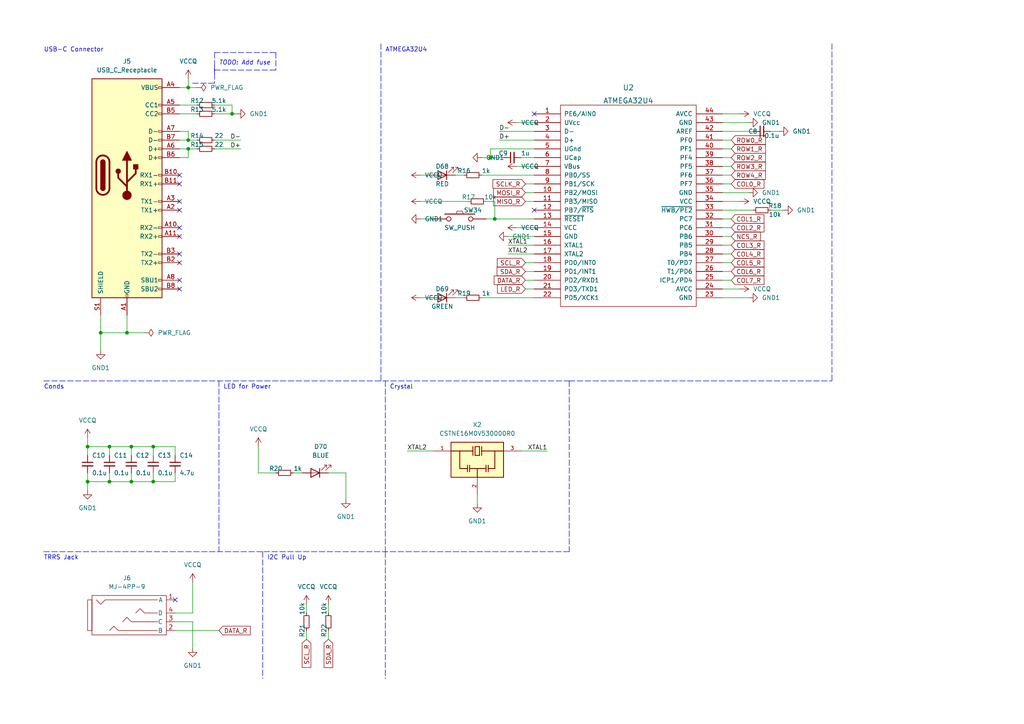
<source format=kicad_sch>
(kicad_sch (version 20211123) (generator eeschema)
  (paper "A4")
  (lib_symbols
    (symbol "ma8ic_split_69:ATMEGA32U4" (pin_names (offset 1.016))
      (property "Reference" "U" (at 0 -31.75 0))
      (property "Value" "ATMEGA32U4" (at 0 31.75 0))
      (symbol "ATMEGA32U4_0_1"
        (rectangle (start 20.32 29.21) (end -19.05 -29.21))
      )
      (symbol "ATMEGA32U4_1_1"
        (pin bidirectional line (at -26.67 26.67 0) (length 7.62) (name "PE6/AIN0") (number "1"))
        (pin bidirectional line (at -26.67 3.81 0) (length 7.62) (name "PB2/MOSI") (number "10"))
        (pin bidirectional line (at -26.67 1.27 0) (length 7.62) (name "PB3/MISO") (number "11"))
        (pin bidirectional line (at -26.67 -1.27 0) (length 7.62) (name "PB7/~{RTS}") (number "12"))
        (pin input line (at -26.67 -3.81 0) (length 7.62) (name "~{RESET}") (number "13"))
        (pin power_in line (at -26.67 -6.35 0) (length 7.62) (name "VCC") (number "14"))
        (pin power_in line (at -26.67 -8.89 0) (length 7.62) (name "GND") (number "15"))
        (pin input line (at -26.67 -11.43 0) (length 7.62) (name "XTAL1") (number "16"))
        (pin output line (at -26.67 -13.97 0) (length 7.62) (name "XTAL2") (number "17"))
        (pin bidirectional line (at -26.67 -16.51 0) (length 7.62) (name "PD0/INT0") (number "18"))
        (pin bidirectional line (at -26.67 -19.05 0) (length 7.62) (name "PD1/INT1") (number "19"))
        (pin power_in line (at -26.67 24.13 0) (length 7.62) (name "UVcc") (number "2"))
        (pin bidirectional line (at -26.67 -21.59 0) (length 7.62) (name "PD2/RXD1") (number "20"))
        (pin bidirectional line (at -26.67 -24.13 0) (length 7.62) (name "PD3/TXD1") (number "21"))
        (pin bidirectional line (at -26.67 -26.67 0) (length 7.62) (name "PD5/XCK1") (number "22"))
        (pin power_in line (at 27.94 -26.67 180) (length 7.62) (name "GND") (number "23"))
        (pin power_in line (at 27.94 -24.13 180) (length 7.62) (name "AVCC") (number "24"))
        (pin bidirectional line (at 27.94 -21.59 180) (length 7.62) (name "ICP1/PD4") (number "25"))
        (pin bidirectional line (at 27.94 -19.05 180) (length 7.62) (name "T1/PD6") (number "26"))
        (pin bidirectional line (at 27.94 -16.51 180) (length 7.62) (name "T0/PD7") (number "27"))
        (pin bidirectional line (at 27.94 -13.97 180) (length 7.62) (name "PB4") (number "28"))
        (pin bidirectional line (at 27.94 -11.43 180) (length 7.62) (name "PB5") (number "29"))
        (pin bidirectional line (at -26.67 21.59 0) (length 7.62) (name "D-") (number "3"))
        (pin bidirectional line (at 27.94 -8.89 180) (length 7.62) (name "PB6") (number "30"))
        (pin bidirectional line (at 27.94 -6.35 180) (length 7.62) (name "PC6") (number "31"))
        (pin bidirectional line (at 27.94 -3.81 180) (length 7.62) (name "PC7") (number "32"))
        (pin bidirectional line (at 27.94 -1.27 180) (length 7.62) (name "~{HWB/PE2}") (number "33"))
        (pin power_in line (at 27.94 1.27 180) (length 7.62) (name "VCC") (number "34"))
        (pin power_in line (at 27.94 3.81 180) (length 7.62) (name "GND") (number "35"))
        (pin bidirectional line (at 27.94 6.35 180) (length 7.62) (name "PF7") (number "36"))
        (pin bidirectional line (at 27.94 8.89 180) (length 7.62) (name "PF6") (number "37"))
        (pin bidirectional line (at 27.94 11.43 180) (length 7.62) (name "PF5") (number "38"))
        (pin bidirectional line (at 27.94 13.97 180) (length 7.62) (name "PF4") (number "39"))
        (pin bidirectional line (at -26.67 19.05 0) (length 7.62) (name "D+") (number "4"))
        (pin bidirectional line (at 27.94 16.51 180) (length 7.62) (name "PF1") (number "40"))
        (pin bidirectional line (at 27.94 19.05 180) (length 7.62) (name "PF0") (number "41"))
        (pin input line (at 27.94 21.59 180) (length 7.62) (name "AREF") (number "42"))
        (pin power_in line (at 27.94 24.13 180) (length 7.62) (name "GND") (number "43"))
        (pin power_in line (at 27.94 26.67 180) (length 7.62) (name "AVCC") (number "44"))
        (pin power_in line (at -26.67 16.51 0) (length 7.62) (name "UGnd") (number "5"))
        (pin input line (at -26.67 13.97 0) (length 7.62) (name "UCap") (number "6"))
        (pin input line (at -26.67 11.43 0) (length 7.62) (name "VBus") (number "7"))
        (pin bidirectional line (at -26.67 8.89 0) (length 7.62) (name "PB0/SS") (number "8"))
        (pin bidirectional line (at -26.67 6.35 0) (length 7.62) (name "PB1/SCK") (number "9"))
      )
    )
    (symbol "ma8ic_split_69:CSTNE16M0V530000R0" (pin_names (offset 1.016))
      (property "Reference" "Y" (at -7.62 6.35 0))
      (property "Value" "CSTNE16M0V530000R0" (at 1.27 -6.35 0))
      (symbol "CSTNE16M0V530000R0_0_0"
        (rectangle (start -7.62 -5.08) (end 7.62 5.08) (stroke (width 0.254)) (fill (type background)))
        (polyline (pts (xy -7.62 2.54) (xy -5.08 2.54)) (stroke (width 0.254)))
        (polyline (pts (xy -5.08 -2.54) (xy -5.08 2.54)) (stroke (width 0.254)))
        (polyline (pts (xy -5.08 2.54) (xy -1.27 2.54)) (stroke (width 0.254)))
        (polyline (pts (xy -2.8575 -2.54) (xy -5.08 -2.54)) (stroke (width 0.254)))
        (polyline (pts (xy -2.8575 -2.54) (xy -2.8575 -3.4925)) (stroke (width 0.254)))
        (polyline (pts (xy -2.8575 -1.5875) (xy -2.8575 -2.54)) (stroke (width 0.254)))
        (polyline (pts (xy -2.2225 -2.54) (xy -2.2225 -3.4925)) (stroke (width 0.254)))
        (polyline (pts (xy -2.2225 -1.5875) (xy -2.2225 -2.54)) (stroke (width 0.254)))
        (polyline (pts (xy -1.27 2.54) (xy -1.27 1.27)) (stroke (width 0.254)))
        (polyline (pts (xy -1.27 3.81) (xy -1.27 2.54)) (stroke (width 0.254)))
        (polyline (pts (xy -0.635 1.27) (xy -0.635 3.81)) (stroke (width 0.254)))
        (polyline (pts (xy -0.635 3.81) (xy 0.635 3.81)) (stroke (width 0.254)))
        (polyline (pts (xy 0 -5.08) (xy 0 -2.54)) (stroke (width 0.254)))
        (polyline (pts (xy 0 -2.54) (xy -2.2225 -2.54)) (stroke (width 0.254)))
        (polyline (pts (xy 0 -2.54) (xy 2.54 -2.54)) (stroke (width 0.254)))
        (polyline (pts (xy 0.635 1.27) (xy -0.635 1.27)) (stroke (width 0.254)))
        (polyline (pts (xy 0.635 3.81) (xy 0.635 1.27)) (stroke (width 0.254)))
        (polyline (pts (xy 1.27 2.54) (xy 1.27 1.27)) (stroke (width 0.254)))
        (polyline (pts (xy 1.27 2.54) (xy 5.08 2.54)) (stroke (width 0.254)))
        (polyline (pts (xy 1.27 3.81) (xy 1.27 2.54)) (stroke (width 0.254)))
        (polyline (pts (xy 2.54 -2.54) (xy 2.54 -3.4925)) (stroke (width 0.254)))
        (polyline (pts (xy 2.54 -1.5875) (xy 2.54 -2.54)) (stroke (width 0.254)))
        (polyline (pts (xy 3.175 -2.54) (xy 3.175 -3.4925)) (stroke (width 0.254)))
        (polyline (pts (xy 3.175 -2.54) (xy 5.08 -2.54)) (stroke (width 0.254)))
        (polyline (pts (xy 3.175 -1.5875) (xy 3.175 -2.54)) (stroke (width 0.254)))
        (polyline (pts (xy 5.08 -2.54) (xy 5.08 2.54)) (stroke (width 0.254)))
        (polyline (pts (xy 5.08 2.54) (xy 7.62 2.54)) (stroke (width 0.254)))
        (pin input line (at -12.7 2.54 0) (length 5.08) (name "~") (number "1"))
        (pin power_in line (at 0 -10.16 90) (length 5.08) (name "~") (number "2"))
        (pin output line (at 12.7 2.54 180) (length 5.08) (name "~") (number "3"))
      )
    )
    (symbol "ma8ic_split_69:C_Small" (pin_numbers hide) (pin_names (offset 0.254) hide)
      (property "Reference" "C" (at 0.254 1.778 0))
      (property "Value" "C_Small" (at 0.254 -2.032 0))
      (symbol "C_Small_0_1"
        (polyline (pts (xy -1.524 -0.508) (xy 1.524 -0.508)) (stroke (width 0.3302)))
        (polyline (pts (xy -1.524 0.508) (xy 1.524 0.508)) (stroke (width 0.3048)))
      )
      (symbol "C_Small_1_1"
        (pin passive line (at 0 2.54 270) (length 2.032) (name "~") (number "1"))
        (pin passive line (at 0 -2.54 90) (length 2.032) (name "~") (number "2"))
      )
    )
    (symbol "ma8ic_split_69:LED" (pin_numbers hide) (pin_names (offset 1.016) hide)
      (property "Reference" "D" (at 0 2.54 0))
      (property "Value" "LED" (at 0 -2.54 0))
      (symbol "LED_0_1"
        (polyline (pts (xy -1.27 -1.27) (xy -1.27 1.27)) (stroke (width 0.254)))
        (polyline (pts (xy -1.27 0) (xy 1.27 0)))
        (polyline (pts (xy 1.27 -1.27) (xy 1.27 1.27) (xy -1.27 0) (xy 1.27 -1.27)) (stroke (width 0.254)))
        (polyline (pts (xy -3.048 -0.762) (xy -4.572 -2.286) (xy -3.81 -2.286) (xy -4.572 -2.286) (xy -4.572 -1.524)))
        (polyline (pts (xy -1.778 -0.762) (xy -3.302 -2.286) (xy -2.54 -2.286) (xy -3.302 -2.286) (xy -3.302 -1.524)))
      )
      (symbol "LED_1_1"
        (pin passive line (at -3.81 0 0) (length 2.54) (name "K") (number "1"))
        (pin passive line (at 3.81 0 180) (length 2.54) (name "A") (number "2"))
      )
    )
    (symbol "ma8ic_split_69:MJ-4PP-9" (pin_names (offset 1.016))
      (property "Reference" "J" (at 0 7.62 0))
      (property "Value" "MJ-4PP-9" (at 0 -8.89 0))
      (symbol "MJ-4PP-9_0_1"
        (rectangle (start -10.16 3.81) (end -11.43 -5.08))
        (polyline (pts (xy 8.89 -5.08) (xy -2.54 -5.08) (xy -3.81 -3.81) (xy -5.08 -5.08)))
        (polyline (pts (xy 8.89 -2.54) (xy 1.27 -2.54) (xy 0 -1.27) (xy -1.27 -2.54)))
        (polyline (pts (xy 8.89 0) (xy 5.08 0) (xy 3.81 1.27) (xy 2.54 0)))
        (polyline (pts (xy 8.89 3.81) (xy -6.35 3.81) (xy -7.62 2.54) (xy -8.89 3.81)))
        (rectangle (start 11.43 5.08) (end -10.16 -6.35))
      )
      (symbol "MJ-4PP-9_1_1"
        (pin input line (at 13.97 3.81 180) (length 2.54) (name "A") (number "1"))
        (pin input line (at 13.97 -5.08 180) (length 2.54) (name "B") (number "2"))
        (pin input line (at 13.97 -2.54 180) (length 2.54) (name "C") (number "3"))
        (pin input line (at 13.97 0 180) (length 2.54) (name "D") (number "4"))
      )
    )
    (symbol "ma8ic_split_69:PWR_FLAG" (power) (pin_numbers hide) (pin_names (offset 0) hide)
      (property "Value" "PWR_FLAG" (at 0 3.81 0))
      (symbol "PWR_FLAG_0_0"
        (pin power_out line (at 0 0 90) (length 0) (name "pwr") (number "1"))
      )
      (symbol "PWR_FLAG_0_1"
        (polyline (pts (xy 0 0) (xy 0 1.27) (xy -1.016 1.905) (xy 0 2.54) (xy 1.016 1.905) (xy 0 1.27)))
      )
    )
    (symbol "ma8ic_split_69:R_Small" (pin_numbers hide) (pin_names (offset 0.254) hide)
      (property "Reference" "R" (at 0.762 0.508 0))
      (property "Value" "R_Small" (at 0.762 -1.016 0))
      (symbol "R_Small_0_1"
        (rectangle (start -0.762 1.778) (end 0.762 -1.778) (stroke (width 0.2032)))
      )
      (symbol "R_Small_1_1"
        (pin passive line (at 0 2.54 270) (length 0.762) (name "~") (number "1"))
        (pin passive line (at 0 -2.54 90) (length 0.762) (name "~") (number "2"))
      )
    )
    (symbol "ma8ic_split_69:SW_PUSH" (pin_numbers hide) (pin_names (offset 1.016) hide)
      (property "Reference" "SW" (at 3.81 2.794 0))
      (property "Value" "SW_PUSH" (at 0 -2.032 0))
      (symbol "SW_PUSH_0_1"
        (rectangle (start -4.318 1.27) (end 4.318 1.524))
        (polyline (pts (xy -1.016 1.524) (xy -0.762 2.286) (xy 0.762 2.286) (xy 1.016 1.524)))
        (pin passive inverted (at -7.62 0 0) (length 5.08) (name "1") (number "1"))
        (pin passive inverted (at 7.62 0 180) (length 5.08) (name "2") (number "2"))
      )
    )
    (symbol "ma8ic_split_69:USB_C_Receptacle" (pin_names (offset 1.016))
      (property "Reference" "J" (at -10.16 29.21 0))
      (property "Value" "USB_C_Receptacle" (at 10.16 29.21 0))
      (symbol "USB_C_Receptacle_0_0"
        (rectangle (start -0.254 -35.56) (end 0.254 -34.544))
        (rectangle (start 10.16 -32.766) (end 9.144 -33.274))
        (rectangle (start 10.16 -30.226) (end 9.144 -30.734))
        (rectangle (start 10.16 -25.146) (end 9.144 -25.654))
        (rectangle (start 10.16 -22.606) (end 9.144 -23.114))
        (rectangle (start 10.16 -17.526) (end 9.144 -18.034))
        (rectangle (start 10.16 -14.986) (end 9.144 -15.494))
        (rectangle (start 10.16 -9.906) (end 9.144 -10.414))
        (rectangle (start 10.16 -7.366) (end 9.144 -7.874))
        (rectangle (start 10.16 -2.286) (end 9.144 -2.794))
        (rectangle (start 10.16 0.254) (end 9.144 -0.254))
        (rectangle (start 10.16 5.334) (end 9.144 4.826))
        (rectangle (start 10.16 7.874) (end 9.144 7.366))
        (rectangle (start 10.16 10.414) (end 9.144 9.906))
        (rectangle (start 10.16 12.954) (end 9.144 12.446))
        (rectangle (start 10.16 18.034) (end 9.144 17.526))
        (rectangle (start 10.16 20.574) (end 9.144 20.066))
        (rectangle (start 10.16 25.654) (end 9.144 25.146))
      )
      (symbol "USB_C_Receptacle_0_1"
        (rectangle (start -10.16 27.94) (end 10.16 -35.56) (stroke (width 0.254)) (fill (type background)))
        (arc (start -8.89 -3.81) (mid -6.985 -5.715) (end -5.08 -3.81) (stroke (width 0.508)))
        (arc (start -7.62 -3.81) (mid -6.985 -4.445) (end -6.35 -3.81) (stroke (width 0.254)))
        (arc (start -7.62 -3.81) (mid -6.985 -4.445) (end -6.35 -3.81) (stroke (width 0.254)) (fill (type outline)))
        (rectangle (start -7.62 -3.81) (end -6.35 3.81) (stroke (width 0.254)) (fill (type outline)))
        (arc (start -6.35 3.81) (mid -6.985 4.445) (end -7.62 3.81) (stroke (width 0.254)))
        (arc (start -6.35 3.81) (mid -6.985 4.445) (end -7.62 3.81) (stroke (width 0.254)) (fill (type outline)))
        (arc (start -5.08 3.81) (mid -6.985 5.715) (end -8.89 3.81) (stroke (width 0.508)))
        (polyline (pts (xy -8.89 -3.81) (xy -8.89 3.81)) (stroke (width 0.508)))
        (polyline (pts (xy -5.08 3.81) (xy -5.08 -3.81)) (stroke (width 0.508)))
      )
      (symbol "USB_C_Receptacle_1_1"
        (circle (center -2.54 1.143) (radius 0.635) (stroke (width 0.254)) (fill (type outline)))
        (circle (center 0 -5.842) (radius 1.27) (fill (type outline)))
        (polyline (pts (xy 0 -5.842) (xy 0 4.318)) (stroke (width 0.508)))
        (polyline (pts (xy 0 -3.302) (xy -2.54 -0.762) (xy -2.54 0.508)) (stroke (width 0.508)))
        (polyline (pts (xy 0 -2.032) (xy 2.54 0.508) (xy 2.54 1.778)) (stroke (width 0.508)))
        (polyline (pts (xy -1.27 4.318) (xy 0 6.858) (xy 1.27 4.318) (xy -1.27 4.318)) (stroke (width 0.254)) (fill (type outline)))
        (rectangle (start 1.905 1.778) (end 3.175 3.048) (stroke (width 0.254)) (fill (type outline)))
        (pin passive line (at 0 -40.64 90) (length 5.08) (name "GND") (number "A1"))
        (pin bidirectional line (at 15.24 -15.24 180) (length 5.08) (name "RX2-") (number "A10"))
        (pin bidirectional line (at 15.24 -17.78 180) (length 5.08) (name "RX2+") (number "A11"))
        (pin passive line (at 0 -40.64 90) (length 5.08) hide (name "GND") (number "A12"))
        (pin bidirectional line (at 15.24 -10.16 180) (length 5.08) (name "TX1+") (number "A2"))
        (pin bidirectional line (at 15.24 -7.62 180) (length 5.08) (name "TX1-") (number "A3"))
        (pin passive line (at 15.24 25.4 180) (length 5.08) (name "VBUS") (number "A4"))
        (pin bidirectional line (at 15.24 20.32 180) (length 5.08) (name "CC1") (number "A5"))
        (pin bidirectional line (at 15.24 7.62 180) (length 5.08) (name "D+") (number "A6"))
        (pin bidirectional line (at 15.24 12.7 180) (length 5.08) (name "D-") (number "A7"))
        (pin bidirectional line (at 15.24 -30.48 180) (length 5.08) (name "SBU1") (number "A8"))
        (pin passive line (at 15.24 25.4 180) (length 5.08) hide (name "VBUS") (number "A9"))
        (pin passive line (at 0 -40.64 90) (length 5.08) hide (name "GND") (number "B1"))
        (pin bidirectional line (at 15.24 0 180) (length 5.08) (name "RX1-") (number "B10"))
        (pin bidirectional line (at 15.24 -2.54 180) (length 5.08) (name "RX1+") (number "B11"))
        (pin passive line (at 0 -40.64 90) (length 5.08) hide (name "GND") (number "B12"))
        (pin bidirectional line (at 15.24 -25.4 180) (length 5.08) (name "TX2+") (number "B2"))
        (pin bidirectional line (at 15.24 -22.86 180) (length 5.08) (name "TX2-") (number "B3"))
        (pin passive line (at 15.24 25.4 180) (length 5.08) hide (name "VBUS") (number "B4"))
        (pin bidirectional line (at 15.24 17.78 180) (length 5.08) (name "CC2") (number "B5"))
        (pin bidirectional line (at 15.24 5.08 180) (length 5.08) (name "D+") (number "B6"))
        (pin bidirectional line (at 15.24 10.16 180) (length 5.08) (name "D-") (number "B7"))
        (pin bidirectional line (at 15.24 -33.02 180) (length 5.08) (name "SBU2") (number "B8"))
        (pin passive line (at 15.24 25.4 180) (length 5.08) hide (name "VBUS") (number "B9"))
        (pin passive line (at -7.62 -40.64 90) (length 5.08) (name "SHIELD") (number "S1"))
      )
    )
    (symbol "power:GND1" (power) (pin_names (offset 0))
      (property "Value" "GND1" (at 0 -3.81 0))
      (symbol "GND1_0_1"
        (polyline (pts (xy 0 0) (xy 0 -1.27) (xy 1.27 -1.27) (xy 0 -2.54) (xy -1.27 -1.27) (xy 0 -1.27)))
      )
      (symbol "GND1_1_1"
        (pin power_in line (at 0 0 270) (length 0) hide (name "GND1") (number "1"))
      )
    )
    (symbol "power:VCCQ" (power) (pin_names (offset 0))
      (property "Value" "VCCQ" (at 0 3.81 0))
      (symbol "VCCQ_0_1"
        (polyline (pts (xy -0.762 1.27) (xy 0 2.54)))
        (polyline (pts (xy 0 0) (xy 0 2.54)))
        (polyline (pts (xy 0 2.54) (xy 0.762 1.27)))
      )
      (symbol "VCCQ_1_1"
        (pin power_in line (at 0 0 90) (length 0) hide (name "VCCQ") (number "1"))
      )
    )
  )
  (junction (at 67.31 33.02))
  (junction (at 31.75 139.7))
  (junction (at 38.1 129.54))
  (junction (at 142.24 45.72))
  (junction (at 54.61 40.64))
  (junction (at 25.4 139.7))
  (junction (at 29.21 96.52))
  (junction (at 143.51 63.5))
  (junction (at 36.83 96.52))
  (junction (at 44.45 139.7))
  (junction (at 25.4 129.54))
  (junction (at 54.61 43.18))
  (junction (at 44.45 129.54))
  (junction (at 38.1 139.7))
  (junction (at 31.75 129.54))
  (junction (at 54.61 25.4))
  (no_connect (at 52.07 81.28))
  (no_connect (at 52.07 83.82))
  (no_connect (at 52.07 76.2))
  (no_connect (at 52.07 73.66))
  (no_connect (at 52.07 58.42))
  (no_connect (at 52.07 60.96))
  (no_connect (at 52.07 53.34))
  (no_connect (at 52.07 68.58))
  (no_connect (at 52.07 50.8))
  (no_connect (at 52.07 66.04))
  (no_connect (at 50.8 173.99))
  (no_connect (at 154.94 60.96))
  (no_connect (at 154.94 33.02))
  (wire (pts (xy 142.24 43.18) (xy 142.24 45.72)))
  (wire (pts (xy 62.23 43.18) (xy 69.85 43.18)))
  (wire (pts (xy 31.75 137.16) (xy 31.75 139.7)))
  (wire (pts (xy 209.55 53.34) (xy 212.09 53.34)))
  (wire (pts (xy 25.4 139.7) (xy 25.4 142.24)))
  (wire (pts (xy 209.55 71.12) (xy 212.09 71.12)))
  (wire (pts (xy 147.32 71.12) (xy 154.94 71.12)))
  (polyline (pts (xy 111.76 160.02) (xy 111.76 196.85)))
  (wire (pts (xy 95.25 137.16) (xy 100.33 137.16)))
  (polyline (pts (xy 12.7 110.49) (xy 165.1 110.49)))
  (wire (pts (xy 132.08 86.36) (xy 134.62 86.36)))
  (wire (pts (xy 52.07 38.1) (xy 54.61 38.1)))
  (wire (pts (xy 31.75 132.08) (xy 31.75 129.54)))
  (wire (pts (xy 139.7 45.72) (xy 142.24 45.72)))
  (wire (pts (xy 50.8 139.7) (xy 44.45 139.7)))
  (wire (pts (xy 209.55 58.42) (xy 214.63 58.42)))
  (wire (pts (xy 85.09 137.16) (xy 87.63 137.16)))
  (wire (pts (xy 209.55 66.04) (xy 212.09 66.04)))
  (wire (pts (xy 144.78 38.1) (xy 154.94 38.1)))
  (polyline (pts (xy 62.23 15.24) (xy 62.23 21.59)))
  (wire (pts (xy 31.75 129.54) (xy 25.4 129.54)))
  (wire (pts (xy 209.55 40.64) (xy 212.09 40.64)))
  (wire (pts (xy 209.55 45.72) (xy 212.09 45.72)))
  (wire (pts (xy 143.51 58.42) (xy 143.51 63.5)))
  (wire (pts (xy 209.55 43.18) (xy 212.09 43.18)))
  (wire (pts (xy 50.8 129.54) (xy 44.45 129.54)))
  (wire (pts (xy 138.43 143.51) (xy 138.43 146.05)))
  (wire (pts (xy 209.55 76.2) (xy 212.09 76.2)))
  (wire (pts (xy 54.61 40.64) (xy 57.15 40.64)))
  (wire (pts (xy 44.45 129.54) (xy 44.45 132.08)))
  (wire (pts (xy 95.25 182.88) (xy 95.25 185.42)))
  (wire (pts (xy 152.4 76.2) (xy 154.94 76.2)))
  (polyline (pts (xy 241.3 12.7) (xy 241.3 110.49)))
  (wire (pts (xy 44.45 129.54) (xy 38.1 129.54)))
  (polyline (pts (xy 78.74 15.24) (xy 80.01 15.24)))
  (wire (pts (xy 54.61 45.72) (xy 54.61 43.18)))
  (wire (pts (xy 36.83 91.44) (xy 36.83 96.52)))
  (wire (pts (xy 209.55 81.28) (xy 212.09 81.28)))
  (wire (pts (xy 95.25 175.26) (xy 95.25 177.8)))
  (wire (pts (xy 29.21 91.44) (xy 29.21 96.52)))
  (wire (pts (xy 121.92 58.42) (xy 135.89 58.42)))
  (wire (pts (xy 209.55 33.02) (xy 214.63 33.02)))
  (wire (pts (xy 38.1 129.54) (xy 31.75 129.54)))
  (wire (pts (xy 132.08 50.8) (xy 134.62 50.8)))
  (wire (pts (xy 67.31 33.02) (xy 68.58 33.02)))
  (wire (pts (xy 151.13 45.72) (xy 154.94 45.72)))
  (wire (pts (xy 74.93 137.16) (xy 80.01 137.16)))
  (wire (pts (xy 55.88 177.8) (xy 55.88 168.91)))
  (wire (pts (xy 50.8 177.8) (xy 55.88 177.8)))
  (polyline (pts (xy 76.2 160.02) (xy 76.2 196.85)))
  (wire (pts (xy 44.45 139.7) (xy 38.1 139.7)))
  (wire (pts (xy 140.97 63.5) (xy 143.51 63.5)))
  (wire (pts (xy 154.94 43.18) (xy 142.24 43.18)))
  (wire (pts (xy 52.07 33.02) (xy 57.15 33.02)))
  (wire (pts (xy 144.78 40.64) (xy 154.94 40.64)))
  (wire (pts (xy 100.33 137.16) (xy 100.33 144.78)))
  (wire (pts (xy 50.8 132.08) (xy 50.8 129.54)))
  (polyline (pts (xy 111.76 110.49) (xy 111.76 160.02)))
  (wire (pts (xy 54.61 22.86) (xy 54.61 25.4)))
  (wire (pts (xy 52.07 30.48) (xy 57.15 30.48)))
  (wire (pts (xy 149.86 48.26) (xy 154.94 48.26)))
  (polyline (pts (xy 110.49 12.7) (xy 110.49 110.49)))
  (wire (pts (xy 223.52 38.1) (xy 226.06 38.1)))
  (polyline (pts (xy 12.7 160.02) (xy 76.2 160.02)))
  (wire (pts (xy 25.4 129.54) (xy 25.4 132.08)))
  (wire (pts (xy 62.23 33.02) (xy 67.31 33.02)))
  (wire (pts (xy 139.7 86.36) (xy 154.94 86.36)))
  (wire (pts (xy 50.8 180.34) (xy 55.88 180.34)))
  (wire (pts (xy 55.88 180.34) (xy 55.88 187.96)))
  (wire (pts (xy 149.86 66.04) (xy 154.94 66.04)))
  (wire (pts (xy 50.8 137.16) (xy 50.8 139.7)))
  (wire (pts (xy 44.45 137.16) (xy 44.45 139.7)))
  (wire (pts (xy 31.75 139.7) (xy 25.4 139.7)))
  (wire (pts (xy 50.8 182.88) (xy 63.5 182.88)))
  (wire (pts (xy 152.4 58.42) (xy 154.94 58.42)))
  (polyline (pts (xy 63.5 110.49) (xy 63.5 160.02)))
  (wire (pts (xy 152.4 81.28) (xy 154.94 81.28)))
  (wire (pts (xy 209.55 73.66) (xy 212.09 73.66)))
  (wire (pts (xy 147.32 68.58) (xy 154.94 68.58)))
  (wire (pts (xy 118.11 130.81) (xy 125.73 130.81)))
  (wire (pts (xy 36.83 96.52) (xy 41.91 96.52)))
  (wire (pts (xy 52.07 45.72) (xy 54.61 45.72)))
  (wire (pts (xy 143.51 63.5) (xy 154.94 63.5)))
  (polyline (pts (xy 62.23 19.05) (xy 62.23 24.13)))
  (wire (pts (xy 209.55 35.56) (xy 217.17 35.56)))
  (wire (pts (xy 209.55 86.36) (xy 217.17 86.36)))
  (wire (pts (xy 88.9 175.26) (xy 88.9 177.8)))
  (wire (pts (xy 25.4 127) (xy 25.4 129.54)))
  (wire (pts (xy 52.07 43.18) (xy 54.61 43.18)))
  (polyline (pts (xy 55.88 24.13) (xy 62.23 24.13)))
  (wire (pts (xy 67.31 30.48) (xy 67.31 33.02)))
  (wire (pts (xy 121.92 50.8) (xy 124.46 50.8)))
  (wire (pts (xy 121.92 86.36) (xy 124.46 86.36)))
  (wire (pts (xy 121.92 63.5) (xy 125.73 63.5)))
  (wire (pts (xy 54.61 43.18) (xy 57.15 43.18)))
  (wire (pts (xy 38.1 129.54) (xy 38.1 132.08)))
  (polyline (pts (xy 165.1 110.49) (xy 241.3 110.49)))
  (wire (pts (xy 209.55 83.82) (xy 214.63 83.82)))
  (wire (pts (xy 57.15 25.4) (xy 54.61 25.4)))
  (wire (pts (xy 209.55 60.96) (xy 218.44 60.96)))
  (wire (pts (xy 52.07 25.4) (xy 54.61 25.4)))
  (wire (pts (xy 151.13 130.81) (xy 158.75 130.81)))
  (wire (pts (xy 209.55 50.8) (xy 212.09 50.8)))
  (wire (pts (xy 25.4 137.16) (xy 25.4 139.7)))
  (wire (pts (xy 209.55 38.1) (xy 218.44 38.1)))
  (wire (pts (xy 209.55 63.5) (xy 212.09 63.5)))
  (wire (pts (xy 149.86 35.56) (xy 154.94 35.56)))
  (wire (pts (xy 52.07 40.64) (xy 54.61 40.64)))
  (polyline (pts (xy 165.1 160.02) (xy 76.2 160.02)))
  (wire (pts (xy 152.4 78.74) (xy 154.94 78.74)))
  (wire (pts (xy 38.1 137.16) (xy 38.1 139.7)))
  (wire (pts (xy 209.55 48.26) (xy 212.09 48.26)))
  (wire (pts (xy 29.21 96.52) (xy 29.21 101.6)))
  (wire (pts (xy 62.23 40.64) (xy 69.85 40.64)))
  (polyline (pts (xy 62.23 15.24) (xy 78.74 15.24)))
  (wire (pts (xy 223.52 60.96) (xy 227.33 60.96)))
  (wire (pts (xy 74.93 129.54) (xy 74.93 137.16)))
  (wire (pts (xy 147.32 73.66) (xy 154.94 73.66)))
  (wire (pts (xy 209.55 78.74) (xy 212.09 78.74)))
  (polyline (pts (xy 80.01 20.32) (xy 78.74 20.32)))
  (wire (pts (xy 152.4 83.82) (xy 154.94 83.82)))
  (wire (pts (xy 209.55 68.58) (xy 212.09 68.58)))
  (polyline (pts (xy 80.01 15.24) (xy 80.01 20.32)))
  (wire (pts (xy 139.7 50.8) (xy 154.94 50.8)))
  (wire (pts (xy 152.4 53.34) (xy 154.94 53.34)))
  (wire (pts (xy 140.97 58.42) (xy 143.51 58.42)))
  (polyline (pts (xy 165.1 110.49) (xy 165.1 160.02)))
  (wire (pts (xy 209.55 55.88) (xy 217.17 55.88)))
  (polyline (pts (xy 62.23 20.32) (xy 78.74 20.32)))
  (wire (pts (xy 29.21 96.52) (xy 36.83 96.52)))
  (wire (pts (xy 142.24 45.72) (xy 146.05 45.72)))
  (wire (pts (xy 62.23 30.48) (xy 67.31 30.48)))
  (wire (pts (xy 88.9 182.88) (xy 88.9 185.42)))
  (wire (pts (xy 38.1 139.7) (xy 31.75 139.7)))
  (wire (pts (xy 152.4 55.88) (xy 154.94 55.88)))
  (wire (pts (xy 54.61 38.1) (xy 54.61 40.64)))
  (text "Conds" (at 12.7 113.03 0) (effects (font (size 1.27 1.27)) (justify left bottom)))
  (text "ATMEGA32U4" (at 111.76 15.24 0) (effects (font (size 1.27 1.27)) (justify left bottom)))
  (text "TRRS Jack" (at 12.7 162.56 0) (effects (font (size 1.27 1.27)) (justify left bottom)))
  (text "Crystal" (at 113.03 113.03 0) (effects (font (size 1.27 1.27)) (justify left bottom)))
  (text "TODO: Add fuse" (at 63.5 19.05 0) (effects (font (size 1.27 1.27) italic) (justify left bottom)))
  (text "USB-C Connector" (at 12.7 15.24 0) (effects (font (size 1.27 1.27)) (justify left bottom)))
  (text "I2C Pull Up" (at 77.47 162.56 0) (effects (font (size 1.27 1.27)) (justify left bottom)))
  (text "LED for Power" (at 64.77 113.03 0) (effects (font (size 1.27 1.27)) (justify left bottom)))
  (label "XTAL1" (at 158.75 130.81 180))
  (label "XTAL1" (at 147.32 71.12 0))
  (label "D-" (at 69.85 40.64 180))
  (label "D-" (at 144.78 38.1 0))
  (label "XTAL2" (at 147.32 73.66 0))
  (label "XTAL2" (at 118.11 130.81 0))
  (label "D+" (at 144.78 40.64 0))
  (label "D+" (at 69.85 43.18 180))
  (global_label "COL7_R" (shape input) (at 212.09 81.28 0) (property "Intersheet References" "${INTERSHEET_REFS}" (effects hide)))
  (global_label "COL1_R" (shape input) (at 212.09 63.5 0) (property "Intersheet References" "${INTERSHEET_REFS}" (effects hide)))
  (global_label "COL3_R" (shape input) (at 212.09 71.12 0) (property "Intersheet References" "${INTERSHEET_REFS}" (effects hide)))
  (global_label "ROW1_R" (shape input) (at 212.09 43.18 0) (property "Intersheet References" "${INTERSHEET_REFS}" (effects hide)))
  (global_label "SCL_R" (shape input) (at 152.4 76.2 180) (property "Intersheet References" "${INTERSHEET_REFS}" (effects hide)))
  (global_label "COL2_R" (shape input) (at 212.09 66.04 0) (property "Intersheet References" "${INTERSHEET_REFS}" (effects hide)))
  (global_label "COL5_R" (shape input) (at 212.09 76.2 0) (property "Intersheet References" "${INTERSHEET_REFS}" (effects hide)))
  (global_label "NCS_R" (shape input) (at 212.09 68.58 0) (property "Intersheet References" "${INTERSHEET_REFS}" (effects hide)))
  (global_label "ROW4_R" (shape input) (at 212.09 50.8 0) (property "Intersheet References" "${INTERSHEET_REFS}" (effects hide)))
  (global_label "COL6_R" (shape input) (at 212.09 78.74 0) (property "Intersheet References" "${INTERSHEET_REFS}" (effects hide)))
  (global_label "ROW3_R" (shape input) (at 212.09 48.26 0) (property "Intersheet References" "${INTERSHEET_REFS}" (effects hide)))
  (global_label "COL0_R" (shape input) (at 212.09 53.34 0) (property "Intersheet References" "${INTERSHEET_REFS}" (effects hide)))
  (global_label "ROW0_R" (shape input) (at 212.09 40.64 0) (property "Intersheet References" "${INTERSHEET_REFS}" (effects hide)))
  (global_label "MISO_R" (shape input) (at 152.4 58.42 180) (property "Intersheet References" "${INTERSHEET_REFS}" (effects hide)))
  (global_label "SDA_R" (shape input) (at 152.4 78.74 180) (property "Intersheet References" "${INTERSHEET_REFS}" (effects hide)))
  (global_label "MOSI_R" (shape input) (at 152.4 55.88 180) (property "Intersheet References" "${INTERSHEET_REFS}" (effects hide)))
  (global_label "SCL_R" (shape input) (at 88.9 185.42 270) (property "Intersheet References" "${INTERSHEET_REFS}" (effects hide)))
  (global_label "LED_R" (shape input) (at 152.4 83.82 180) (property "Intersheet References" "${INTERSHEET_REFS}" (effects hide)))
  (global_label "SCLK_R" (shape input) (at 152.4 53.34 180) (property "Intersheet References" "${INTERSHEET_REFS}" (effects hide)))
  (global_label "COL4_R" (shape input) (at 212.09 73.66 0) (property "Intersheet References" "${INTERSHEET_REFS}" (effects hide)))
  (global_label "DATA_R" (shape input) (at 152.4 81.28 180) (property "Intersheet References" "${INTERSHEET_REFS}" (effects hide)))
  (global_label "ROW2_R" (shape input) (at 212.09 45.72 0) (property "Intersheet References" "${INTERSHEET_REFS}" (effects hide)))
  (global_label "DATA_R" (shape input) (at 63.5 182.88 0) (property "Intersheet References" "${INTERSHEET_REFS}" (effects hide)))
  (global_label "SDA_R" (shape input) (at 95.25 185.42 270) (property "Intersheet References" "${INTERSHEET_REFS}" (effects hide)))
  (symbol (lib_id "ma8ic_split_69:C_Small") (at 31.75 134.62 0) (unit 1)
    (property "Reference" "C11" (at 33.02 132.08 0) (effects (justify left)))
    (property "Value" "0.1u" (at 33.02 137.16 0) (effects (justify left)))
    (property "Footprint" "ma8ic_split_69:C_0603_1608Metric" (effects hide))
    (property "LCSC" "C14663" (effects hide))
  )
  (symbol (lib_id "ma8ic_split_69:C_Small") (at 25.4 134.62 0) (unit 1)
    (property "Reference" "C10" (at 26.67 132.08 0) (effects (justify left)))
    (property "Value" "0.1u" (at 26.67 137.16 0) (effects (justify left)))
    (property "Footprint" "ma8ic_split_69:C_0603_1608Metric" (effects hide))
    (property "LCSC" "C14663" (effects hide))
  )
  (symbol (lib_id "power:VCCQ") (at 214.63 33.02 270) (unit 1)
    (property "Reference" "#PWR0125" (effects hide))
    (property "Value" "VCCQ" (at 218.44 33.0199 90) (effects (justify left)))
  )
  (symbol (lib_id "power:GND1") (at 139.7 45.72 270) (unit 1)
    (property "Reference" "#PWR0120" (effects hide))
    (property "Value" "GND1" (at 140.97 45.7199 90) (effects (justify left)))
  )
  (symbol (lib_id "power:GND1") (at 138.43 146.05 0) (unit 1)
    (property "Reference" "#PWR0103" (effects hide))
    (property "Value" "GND1" (at 138.43 151.13 0))
  )
  (symbol (lib_id "ma8ic_split_69:R_Small") (at 88.9 180.34 180) (unit 1)
    (property "Reference" "R21" (at 87.63 182.88 90))
    (property "Value" "10k" (at 87.63 176.53 90))
    (property "Footprint" "ma8ic_split_69:R_0603_1608Metric" (effects hide))
    (property "LCSC" "C25804" (effects hide))
  )
  (symbol (lib_id "ma8ic_split_69:C_Small") (at 44.45 134.62 0) (unit 1)
    (property "Reference" "C13" (at 45.72 132.08 0) (effects (justify left)))
    (property "Value" "0.1u" (at 45.72 137.16 0) (effects (justify left)))
    (property "Footprint" "ma8ic_split_69:C_0603_1608Metric" (effects hide))
    (property "LCSC" "C14663" (effects hide))
  )
  (symbol (lib_id "power:VCCQ") (at 149.86 48.26 90) (unit 1)
    (property "Reference" "#PWR?" (effects hide))
    (property "Value" "VCCQ" (at 151.13 48.2599 90) (effects (justify right)))
  )
  (symbol (lib_id "power:GND1") (at 217.17 35.56 90) (unit 1)
    (property "Reference" "#PWR0123" (effects hide))
    (property "Value" "GND1" (at 220.98 35.5599 90) (effects (justify right)))
  )
  (symbol (lib_id "power:VCCQ") (at 121.92 86.36 90) (unit 1)
    (property "Reference" "#PWR0115" (effects hide))
    (property "Value" "VCCQ" (at 123.19 86.3599 90) (effects (justify right)))
  )
  (symbol (lib_id "ma8ic_split_69:R_Small") (at 59.69 33.02 90) (unit 1)
    (property "Reference" "R13" (at 57.15 31.75 90))
    (property "Value" "5.1k" (at 63.5 31.75 90))
    (property "Footprint" "ma8ic_split_69:R_0603_1608Metric" (effects hide))
    (property "LCSC" "C23186" (effects hide))
  )
  (symbol (lib_id "ma8ic_split_69:LED") (at 91.44 137.16 180) (unit 1)
    (property "Reference" "D70" (at 93.0275 129.54 0))
    (property "Value" "BLUE" (at 93.0275 132.08 0))
    (property "Footprint" "ma8ic_split_69:LED_0603_1608Metric" (effects hide))
    (property "LCSC" "C84266" (effects hide))
  )
  (symbol (lib_id "ma8ic_split_69:C_Small") (at 220.98 38.1 90) (unit 1)
    (property "Reference" "C8" (at 219.71 38.1 90) (effects (justify left)))
    (property "Value" "0.1u" (at 226.06 39.37 90) (effects (justify left)))
    (property "Footprint" "ma8ic_split_69:C_0603_1608Metric" (effects hide))
    (property "LCSC" "C14663" (effects hide))
  )
  (symbol (lib_id "power:VCCQ") (at 55.88 168.91 0) (unit 1)
    (property "Reference" "#PWR0108" (effects hide))
    (property "Value" "VCCQ" (at 55.88 163.83 0))
  )
  (symbol (lib_id "ma8ic_split_69:ATMEGA32U4") (at 181.61 59.69 0) (unit 1)
    (property "Reference" "U2" (at 182.245 25.4 0) (effects (font (size 1.524 1.524))))
    (property "Value" "ATMEGA32U4" (at 182.245 29.21 0) (effects (font (size 1.524 1.524))))
    (property "Footprint" "ma8ic_split_69:QFN-44-1EP_7x7mm_P0.5mm_EP5.2x5.2mm" (effects hide))
    (property "LCSC" "C112161" (effects hide))
  )
  (symbol (lib_id "power:GND1") (at 217.17 86.36 90) (unit 1)
    (property "Reference" "#PWR0127" (effects hide))
    (property "Value" "GND1" (at 220.98 86.3599 90) (effects (justify right)))
  )
  (symbol (lib_id "power:VCCQ") (at 149.86 35.56 90) (unit 1)
    (property "Reference" "#PWR0116" (effects hide))
    (property "Value" "VCCQ" (at 151.13 35.5599 90) (effects (justify right)))
  )
  (symbol (lib_id "ma8ic_split_69:R_Small") (at 59.69 40.64 90) (unit 1)
    (property "Reference" "R14" (at 57.15 39.37 90))
    (property "Value" "22" (at 63.5 39.37 90))
    (property "Footprint" "ma8ic_split_69:R_0603_1608Metric" (effects hide))
    (property "LCSC" "C23345" (effects hide))
  )
  (symbol (lib_id "power:GND1") (at 68.58 33.02 90) (unit 1)
    (property "Reference" "#PWR0121" (effects hide))
    (property "Value" "GND1" (at 72.39 33.0199 90) (effects (justify right)))
  )
  (symbol (lib_id "ma8ic_split_69:C_Small") (at 38.1 134.62 0) (unit 1)
    (property "Reference" "C12" (at 39.37 132.08 0) (effects (justify left)))
    (property "Value" "0.1u" (at 39.37 137.16 0) (effects (justify left)))
    (property "Footprint" "ma8ic_split_69:C_0603_1608Metric" (effects hide))
    (property "LCSC" "C14663" (effects hide))
  )
  (symbol (lib_id "ma8ic_split_69:R_Small") (at 95.25 180.34 180) (unit 1)
    (property "Reference" "R22" (at 93.98 182.88 90))
    (property "Value" "10k" (at 93.98 176.53 90))
    (property "Footprint" "ma8ic_split_69:R_0603_1608Metric" (effects hide))
    (property "LCSC" "C25804" (effects hide))
  )
  (symbol (lib_id "power:VCCQ") (at 214.63 83.82 270) (unit 1)
    (property "Reference" "#PWR0126" (effects hide))
    (property "Value" "VCCQ" (at 218.44 83.8199 90) (effects (justify left)))
  )
  (symbol (lib_id "ma8ic_split_69:R_Small") (at 59.69 43.18 90) (unit 1)
    (property "Reference" "R15" (at 57.15 41.91 90))
    (property "Value" "22" (at 63.5 41.91 90))
    (property "Footprint" "ma8ic_split_69:R_0603_1608Metric" (effects hide))
    (property "LCSC" "C23345" (effects hide))
  )
  (symbol (lib_id "power:VCCQ") (at 54.61 22.86 0) (unit 1)
    (property "Reference" "#PWR0101" (effects hide))
    (property "Value" "VCCQ" (at 54.61 17.78 0))
  )
  (symbol (lib_id "power:VCCQ") (at 25.4 127 0) (unit 1)
    (property "Reference" "#PWR0104" (effects hide))
    (property "Value" "VCCQ" (at 25.4 121.92 0))
  )
  (symbol (lib_id "power:GND1") (at 29.21 101.6 0) (unit 1)
    (property "Reference" "#PWR0102" (effects hide))
    (property "Value" "GND1" (at 29.21 106.68 0))
  )
  (symbol (lib_id "ma8ic_split_69:R_Small") (at 137.16 50.8 90) (unit 1)
    (property "Reference" "R16" (at 134.62 49.53 90))
    (property "Value" "1k" (at 140.97 49.53 90))
    (property "Footprint" "ma8ic_split_69:R_0603_1608Metric" (effects hide))
    (property "LCSC" "C21190" (effects hide))
  )
  (symbol (lib_id "power:GND1") (at 147.32 68.58 270) (unit 1)
    (property "Reference" "#PWR0114" (effects hide))
    (property "Value" "GND1" (at 148.59 68.5799 90) (effects (justify left)))
  )
  (symbol (lib_id "power:VCCQ") (at 214.63 58.42 270) (unit 1)
    (property "Reference" "#PWR0129" (effects hide))
    (property "Value" "VCCQ" (at 218.44 58.4199 90) (effects (justify left)))
  )
  (symbol (lib_id "ma8ic_split_69:PWR_FLAG") (at 41.91 96.52 270) (unit 1)
    (property "Reference" "#FLG04" (effects hide))
    (property "Value" "PWR_FLAG" (at 45.72 96.5199 90) (effects (justify left)))
  )
  (symbol (lib_id "ma8ic_split_69:C_Small") (at 148.59 45.72 90) (unit 1)
    (property "Reference" "C9" (at 147.32 44.45 90) (effects (justify left)))
    (property "Value" "1u" (at 153.67 44.45 90) (effects (justify left)))
    (property "Footprint" "ma8ic_split_69:C_0603_1608Metric" (effects hide))
    (property "LCSC" "C15849" (effects hide))
  )
  (symbol (lib_id "ma8ic_split_69:CSTNE16M0V530000R0") (at 138.43 133.35 0) (unit 1)
    (property "Reference" "X2" (at 138.43 123.19 0))
    (property "Value" "CSTNE16M0V530000R0" (at 138.43 125.73 0))
    (property "Footprint" "ma8ic_split_69:OSC_CSTNE16M0V530000R0" (effects hide))
    (property "STANDARD" "Manufacturer Recomendations" (effects hide))
    (property "MAXIMUM_PACKAGE_HEIGHT" "1mm" (effects hide))
    (property "PARTREV" "JGC42-8853B" (effects hide))
    (property "MANUFACTURER" "Murata" (effects hide))
    (property "LCSC" "C341521" (effects hide))
  )
  (symbol (lib_id "power:GND1") (at 25.4 142.24 0) (unit 1)
    (property "Reference" "#PWR0105" (effects hide))
    (property "Value" "GND1" (at 25.4 147.32 0))
  )
  (symbol (lib_id "ma8ic_split_69:R_Small") (at 82.55 137.16 90) (unit 1)
    (property "Reference" "R20" (at 80.01 135.89 90))
    (property "Value" "1k" (at 86.36 135.89 90))
    (property "Footprint" "ma8ic_split_69:R_0603_1608Metric" (effects hide))
    (property "LCSC" "C21190" (effects hide))
  )
  (symbol (lib_id "ma8ic_split_69:LED") (at 128.27 86.36 180) (unit 1)
    (property "Reference" "D69" (at 128.27 83.82 0))
    (property "Value" "GREEN" (at 128.27 88.9 0))
    (property "Footprint" "ma8ic_split_69:LED_0603_1608Metric" (effects hide))
    (property "LCSC" "C84267" (effects hide))
  )
  (symbol (lib_id "ma8ic_split_69:MJ-4PP-9") (at 36.83 177.8 0) (unit 1)
    (property "Reference" "J6" (at 36.83 167.64 0))
    (property "Value" "MJ-4PP-9" (at 36.83 170.18 0))
    (property "Footprint" "ma8ic_split_69:MJ-4PP-9_1side" (effects hide))
  )
  (symbol (lib_id "ma8ic_split_69:R_Small") (at 137.16 86.36 90) (unit 1)
    (property "Reference" "R19" (at 134.62 85.09 90))
    (property "Value" "1k" (at 140.97 85.09 90))
    (property "Footprint" "ma8ic_split_69:R_0603_1608Metric" (effects hide))
    (property "LCSC" "C21190" (effects hide))
  )
  (symbol (lib_id "ma8ic_split_69:R_Small") (at 220.98 60.96 90) (unit 1)
    (property "Reference" "R18" (at 224.79 59.69 90))
    (property "Value" "10k" (at 224.79 62.23 90))
    (property "Footprint" "ma8ic_split_69:R_0603_1608Metric" (effects hide))
    (property "LCSC" "C25804" (effects hide))
  )
  (symbol (lib_id "power:GND1") (at 55.88 187.96 0) (unit 1)
    (property "Reference" "#PWR0109" (effects hide))
    (property "Value" "GND1" (at 55.88 193.04 0))
  )
  (symbol (lib_id "ma8ic_split_69:USB_C_Receptacle") (at 36.83 50.8 0) (unit 1)
    (property "Reference" "J5" (at 36.83 17.78 0))
    (property "Value" "USB_C_Receptacle" (at 36.83 20.32 0))
    (property "Footprint" "ma8ic_split_69:HRS_CX70M-24P1" (effects hide))
    (property "Datasheet" "https://www.usb.org/sites/default/files/documents/usb_type-c.zip" (effects hide))
    (property "LCSC" "C778726" (effects hide))
  )
  (symbol (lib_id "power:VCCQ") (at 121.92 58.42 90) (unit 1)
    (property "Reference" "#PWR0117" (effects hide))
    (property "Value" "VCCQ" (at 123.19 58.4199 90) (effects (justify right)))
  )
  (symbol (lib_id "power:VCCQ") (at 149.86 66.04 90) (unit 1)
    (property "Reference" "#PWR0113" (effects hide))
    (property "Value" "VCCQ" (at 151.13 66.0399 90) (effects (justify right)))
  )
  (symbol (lib_id "power:VCCQ") (at 74.93 129.54 0) (unit 1)
    (property "Reference" "#PWR0107" (effects hide))
    (property "Value" "VCCQ" (at 74.93 124.46 0))
  )
  (symbol (lib_id "power:GND1") (at 226.06 38.1 90) (unit 1)
    (property "Reference" "#PWR0124" (effects hide))
    (property "Value" "GND1" (at 229.87 38.0999 90) (effects (justify right)))
  )
  (symbol (lib_id "power:VCCQ") (at 95.25 175.26 0) (unit 1)
    (property "Reference" "#PWR0112" (effects hide))
    (property "Value" "VCCQ" (at 95.25 170.18 0))
  )
  (symbol (lib_id "power:VCCQ") (at 88.9 175.26 0) (unit 1)
    (property "Reference" "#PWR0111" (effects hide))
    (property "Value" "VCCQ" (at 88.9 170.18 0))
  )
  (symbol (lib_id "power:GND1") (at 227.33 60.96 90) (unit 1)
    (property "Reference" "#PWR0130" (effects hide))
    (property "Value" "GND1" (at 231.14 60.9599 90) (effects (justify right)))
  )
  (symbol (lib_id "power:GND1") (at 121.92 63.5 270) (unit 1)
    (property "Reference" "#PWR0119" (effects hide))
    (property "Value" "GND1" (at 123.19 63.4999 90) (effects (justify left)))
  )
  (symbol (lib_id "ma8ic_split_69:SW_PUSH") (at 133.35 63.5 0) (unit 1)
    (property "Reference" "SW34" (at 137.16 60.96 0))
    (property "Value" "SW_PUSH" (at 133.35 66.04 0))
    (property "Footprint" "ma8ic_split_69:ResetSW_1side" (effects hide))
  )
  (symbol (lib_id "power:GND1") (at 100.33 144.78 0) (unit 1)
    (property "Reference" "#PWR0110" (effects hide))
    (property "Value" "GND1" (at 100.33 149.86 0))
  )
  (symbol (lib_id "ma8ic_split_69:C_Small") (at 50.8 134.62 0) (unit 1)
    (property "Reference" "C14" (at 52.07 132.08 0) (effects (justify left)))
    (property "Value" "4.7u" (at 52.07 137.16 0) (effects (justify left)))
    (property "Footprint" "ma8ic_split_69:C_0603_1608Metric" (effects hide))
    (property "LCSC" "C19666" (effects hide))
  )
  (symbol (lib_id "ma8ic_split_69:R_Small") (at 138.43 58.42 90) (unit 1)
    (property "Reference" "R17" (at 135.89 57.15 90))
    (property "Value" "10k" (at 142.24 57.15 90))
    (property "Footprint" "ma8ic_split_69:R_0603_1608Metric" (effects hide))
    (property "LCSC" "C25804" (effects hide))
  )
  (symbol (lib_id "power:GND1") (at 217.17 55.88 90) (unit 1)
    (property "Reference" "#PWR0122" (effects hide))
    (property "Value" "GND1" (at 220.98 55.8799 90) (effects (justify right)))
  )
  (symbol (lib_id "power:VCCQ") (at 121.92 50.8 90) (unit 1)
    (property "Reference" "#PWR0118" (effects hide))
    (property "Value" "VCCQ" (at 123.19 50.7999 90) (effects (justify right)))
  )
  (symbol (lib_id "ma8ic_split_69:R_Small") (at 59.69 30.48 90) (unit 1)
    (property "Reference" "R12" (at 57.15 29.21 90))
    (property "Value" "5.1k" (at 63.5 29.21 90))
    (property "Footprint" "ma8ic_split_69:R_0603_1608Metric" (effects hide))
    (property "LCSC" "C23186" (effects hide))
  )
  (symbol (lib_id "ma8ic_split_69:PWR_FLAG") (at 57.15 25.4 270) (unit 1)
    (property "Reference" "#FLG03" (effects hide))
    (property "Value" "PWR_FLAG" (at 60.96 25.3999 90) (effects (justify left)))
  )
  (symbol (lib_id "ma8ic_split_69:LED") (at 128.27 50.8 180) (unit 1)
    (property "Reference" "D68" (at 128.27 48.26 0))
    (property "Value" "RED" (at 128.27 53.34 0))
    (property "Footprint" "ma8ic_split_69:LED_0603_1608Metric" (effects hide))
    (property "LCSC" "C84263" (effects hide))
  )
)
</source>
